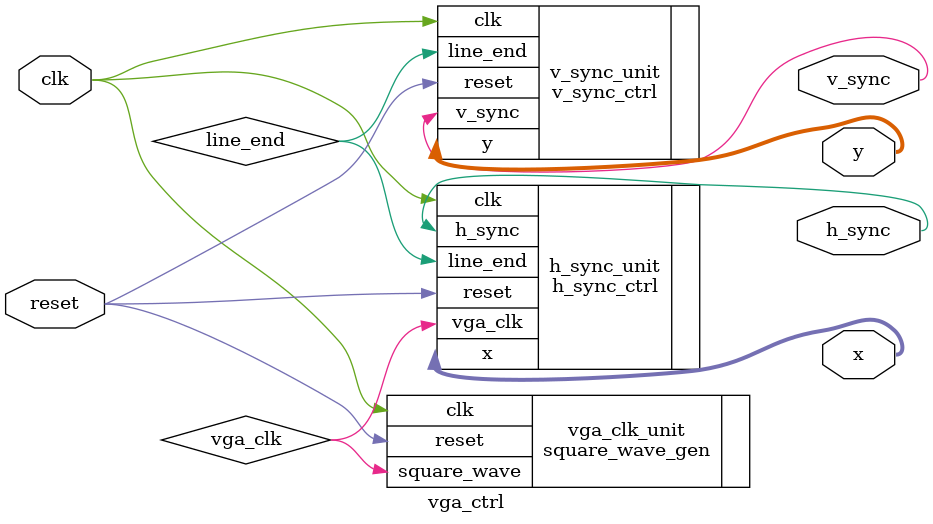
<source format=v>
`timescale 1ns / 1ps

module vga_ctrl #(parameter RESOLUTION_BITS = 4'd10, SYS_CLK_MHZ = 7'd100, 
									AV_X = 10'd640, H_SYNC_PULSE = 7'd95, H_FRONT_PORCH = 5'd25, H_BACK_PORCH = 6'd40, 
									AV_Y = 10'd480, V_SYNC_PULSE = 3'd2, V_FRONT_PORCH = 4'd10, V_BACK_PORCH = 5'd29)
									
									
	(
		input clk, reset, 
		output h_sync, v_sync,
		output [RESOLUTION_BITS - 1'b1: 0] x,y
   );
	
	
square_wave_gen vga_clk_unit (
    .clk(clk), 
    .reset(reset), 
    .square_wave(vga_clk)
    );


//wire LineEnd;
// Instantiate the module
h_sync_ctrl #(.AV_X(AV_X),.H_SYNC_PULSE(H_SYNC_PULSE),.H_FRONT_PORCH(H_FRONT_PORCH),.H_BACK_PORCH(H_BACK_PORCH))
h_sync_unit (
		.clk(clk),
    .vga_clk(vga_clk), 
    .reset(reset),
    .line_end(line_end),
	 .h_sync(h_sync),
	.x(x)
    );


// Instantiate the module
v_sync_ctrl #(.AV_Y(AV_Y),.V_SYNC_PULSE(V_SYNC_PULSE),.V_FRONT_PORCH(V_FRONT_PORCH),.V_BACK_PORCH(V_BACK_PORCH))
v_sync_unit 
	(
			 .clk(clk), 
			 .reset(reset), 
			 .line_end(line_end), 
			 .v_sync(v_sync), 
			.y(y)
	);




endmodule


</source>
